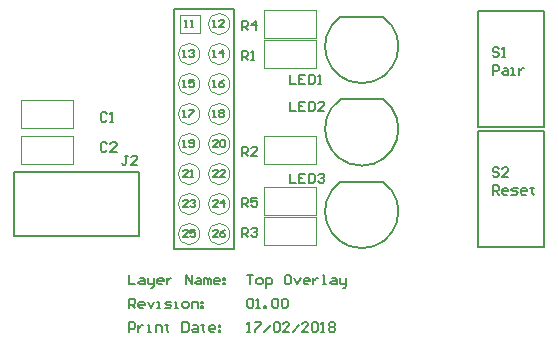
<source format=gto>
%FSLAX25Y25*%
%MOIN*%
G70*
G01*
G75*
G04 Layer_Color=65535*
%ADD10R,0.04500X0.06000*%
%ADD11C,0.01969*%
%ADD12C,0.03937*%
%ADD13C,0.01772*%
%ADD14C,0.00787*%
%ADD15C,0.07480*%
%ADD16C,0.08661*%
%ADD17R,0.06000X0.06000*%
%ADD18C,0.06000*%
%ADD19R,0.06000X0.06000*%
%ADD20C,0.05906*%
%ADD21R,0.05906X0.05906*%
%ADD22C,0.05000*%
%ADD23C,0.00394*%
D14*
X109984Y22499D02*
G03*
X123982Y22499I6999J-9999D01*
G01*
X109984Y49999D02*
G03*
X123982Y49999I6999J-9999D01*
G01*
X109984Y77499D02*
G03*
X123982Y77499I6999J-9999D01*
G01*
X109984Y22499D02*
X123982D01*
X109984Y49999D02*
X123982D01*
X109984Y77499D02*
X123982D01*
X1235Y4232D02*
Y25787D01*
Y4232D02*
X42770D01*
X41983Y25787D02*
X42770D01*
Y4232D02*
Y25787D01*
X1235D02*
X41983D01*
X155853Y79291D02*
X177613D01*
Y40709D02*
Y79291D01*
X155853Y40709D02*
X177613D01*
X155853D02*
Y79291D01*
Y39291D02*
X177613D01*
Y709D02*
Y39291D01*
X155853Y709D02*
X177613D01*
X155853D02*
Y39291D01*
X54483Y0D02*
Y80000D01*
X74483D01*
Y0D02*
Y80000D01*
X54483Y0D02*
X74483D01*
X76983Y14000D02*
Y17149D01*
X78557D01*
X79082Y16624D01*
Y15574D01*
X78557Y15050D01*
X76983D01*
X78032D02*
X79082Y14000D01*
X82230Y17149D02*
X80131D01*
Y15574D01*
X81181Y16099D01*
X81705D01*
X82230Y15574D01*
Y14525D01*
X81705Y14000D01*
X80656D01*
X80131Y14525D01*
X76983Y73000D02*
Y76149D01*
X78557D01*
X79082Y75624D01*
Y74574D01*
X78557Y74050D01*
X76983D01*
X78032D02*
X79082Y73000D01*
X81705D02*
Y76149D01*
X80131Y74574D01*
X82230D01*
X76983Y4000D02*
Y7149D01*
X78557D01*
X79082Y6624D01*
Y5574D01*
X78557Y5050D01*
X76983D01*
X78032D02*
X79082Y4000D01*
X80131Y6624D02*
X80656Y7149D01*
X81705D01*
X82230Y6624D01*
Y6099D01*
X81705Y5574D01*
X81181D01*
X81705D01*
X82230Y5050D01*
Y4525D01*
X81705Y4000D01*
X80656D01*
X80131Y4525D01*
X76983Y31000D02*
Y34149D01*
X78557D01*
X79082Y33624D01*
Y32574D01*
X78557Y32050D01*
X76983D01*
X78032D02*
X79082Y31000D01*
X82230D02*
X80131D01*
X82230Y33099D01*
Y33624D01*
X81705Y34149D01*
X80656D01*
X80131Y33624D01*
X76983Y63000D02*
Y66149D01*
X78557D01*
X79082Y65624D01*
Y64574D01*
X78557Y64050D01*
X76983D01*
X78032D02*
X79082Y63000D01*
X80131D02*
X81181D01*
X80656D01*
Y66149D01*
X80131Y65624D01*
X92983Y25149D02*
Y22000D01*
X95082D01*
X98230Y25149D02*
X96131D01*
Y22000D01*
X98230D01*
X96131Y23574D02*
X97181D01*
X99280Y25149D02*
Y22000D01*
X100854D01*
X101379Y22525D01*
Y24624D01*
X100854Y25149D01*
X99280D01*
X102428Y24624D02*
X102953Y25149D01*
X104003D01*
X104527Y24624D01*
Y24099D01*
X104003Y23574D01*
X103478D01*
X104003D01*
X104527Y23050D01*
Y22525D01*
X104003Y22000D01*
X102953D01*
X102428Y22525D01*
X92983Y49149D02*
Y46000D01*
X95082D01*
X98230Y49149D02*
X96131D01*
Y46000D01*
X98230D01*
X96131Y47574D02*
X97181D01*
X99280Y49149D02*
Y46000D01*
X100854D01*
X101379Y46525D01*
Y48624D01*
X100854Y49149D01*
X99280D01*
X104527Y46000D02*
X102428D01*
X104527Y48099D01*
Y48624D01*
X104003Y49149D01*
X102953D01*
X102428Y48624D01*
X92983Y58149D02*
Y55000D01*
X95082D01*
X98230Y58149D02*
X96131D01*
Y55000D01*
X98230D01*
X96131Y56574D02*
X97181D01*
X99280Y58149D02*
Y55000D01*
X100854D01*
X101379Y55525D01*
Y57624D01*
X100854Y58149D01*
X99280D01*
X102428Y55000D02*
X103478D01*
X102953D01*
Y58149D01*
X102428Y57624D01*
X39082Y31149D02*
X38032D01*
X38557D01*
Y28525D01*
X38032Y28000D01*
X37507D01*
X36983Y28525D01*
X42230Y28000D02*
X40131D01*
X42230Y30099D01*
Y30624D01*
X41706Y31149D01*
X40656D01*
X40131Y30624D01*
X32099Y35124D02*
X31574Y35649D01*
X30525D01*
X30000Y35124D01*
Y33025D01*
X30525Y32500D01*
X31574D01*
X32099Y33025D01*
X35248Y32500D02*
X33149D01*
X35248Y34599D01*
Y35124D01*
X34723Y35649D01*
X33673D01*
X33149Y35124D01*
X32099Y45124D02*
X31574Y45649D01*
X30525D01*
X30000Y45124D01*
Y43025D01*
X30525Y42500D01*
X31574D01*
X32099Y43025D01*
X33149Y42500D02*
X34198D01*
X33673D01*
Y45649D01*
X33149Y45124D01*
X162704Y26679D02*
X162179Y27204D01*
X161129D01*
X160605Y26679D01*
Y26154D01*
X161129Y25629D01*
X162179D01*
X162704Y25105D01*
Y24580D01*
X162179Y24055D01*
X161129D01*
X160605Y24580D01*
X165852Y24055D02*
X163753D01*
X165852Y26154D01*
Y26679D01*
X165328Y27204D01*
X164278D01*
X163753Y26679D01*
X160605Y18150D02*
Y21298D01*
X162179D01*
X162704Y20774D01*
Y19724D01*
X162179Y19199D01*
X160605D01*
X161654D02*
X162704Y18150D01*
X165328D02*
X164278D01*
X163753Y18674D01*
Y19724D01*
X164278Y20249D01*
X165328D01*
X165852Y19724D01*
Y19199D01*
X163753D01*
X166902Y18150D02*
X168476D01*
X169001Y18674D01*
X168476Y19199D01*
X167427D01*
X166902Y19724D01*
X167427Y20249D01*
X169001D01*
X171625Y18150D02*
X170575D01*
X170051Y18674D01*
Y19724D01*
X170575Y20249D01*
X171625D01*
X172150Y19724D01*
Y19199D01*
X170051D01*
X173724Y20774D02*
Y20249D01*
X173199D01*
X174249D01*
X173724D01*
Y18674D01*
X174249Y18150D01*
X160605Y58150D02*
Y61298D01*
X162179D01*
X162704Y60773D01*
Y59724D01*
X162179Y59199D01*
X160605D01*
X164278Y60249D02*
X165328D01*
X165852Y59724D01*
Y58150D01*
X164278D01*
X163753Y58674D01*
X164278Y59199D01*
X165852D01*
X166902Y58150D02*
X167951D01*
X167427D01*
Y60249D01*
X166902D01*
X169526D02*
Y58150D01*
Y59199D01*
X170051Y59724D01*
X170575Y60249D01*
X171100D01*
X162704Y66679D02*
X162179Y67204D01*
X161129D01*
X160605Y66679D01*
Y66154D01*
X161129Y65630D01*
X162179D01*
X162704Y65105D01*
Y64580D01*
X162179Y64055D01*
X161129D01*
X160605Y64580D01*
X163753Y64055D02*
X164803D01*
X164278D01*
Y67204D01*
X163753Y66679D01*
X58000Y74000D02*
X58787D01*
X58394D01*
Y76361D01*
X58000Y75968D01*
X59968Y74000D02*
X60755D01*
X60361D01*
Y76361D01*
X59968Y75968D01*
X59074Y4000D02*
X57500D01*
X59074Y5574D01*
Y5968D01*
X58681Y6361D01*
X57894D01*
X57500Y5968D01*
X61436Y6361D02*
X59861D01*
Y5181D01*
X60649Y5574D01*
X61042D01*
X61436Y5181D01*
Y4394D01*
X61042Y4000D01*
X60255D01*
X59861Y4394D01*
X69074Y4000D02*
X67500D01*
X69074Y5574D01*
Y5968D01*
X68681Y6361D01*
X67894D01*
X67500Y5968D01*
X71436Y6361D02*
X70649Y5968D01*
X69861Y5181D01*
Y4394D01*
X70255Y4000D01*
X71042D01*
X71436Y4394D01*
Y4787D01*
X71042Y5181D01*
X69861D01*
X69074Y14000D02*
X67500D01*
X69074Y15574D01*
Y15968D01*
X68681Y16361D01*
X67894D01*
X67500Y15968D01*
X71042Y14000D02*
Y16361D01*
X69861Y15181D01*
X71436D01*
X59074Y14000D02*
X57500D01*
X59074Y15574D01*
Y15968D01*
X58681Y16361D01*
X57894D01*
X57500Y15968D01*
X59861D02*
X60255Y16361D01*
X61042D01*
X61436Y15968D01*
Y15574D01*
X61042Y15181D01*
X60649D01*
X61042D01*
X61436Y14787D01*
Y14394D01*
X61042Y14000D01*
X60255D01*
X59861Y14394D01*
X59074Y24000D02*
X57500D01*
X59074Y25574D01*
Y25968D01*
X58681Y26361D01*
X57894D01*
X57500Y25968D01*
X59861Y24000D02*
X60649D01*
X60255D01*
Y26361D01*
X59861Y25968D01*
X69074Y24000D02*
X67500D01*
X69074Y25574D01*
Y25968D01*
X68681Y26361D01*
X67894D01*
X67500Y25968D01*
X71436Y24000D02*
X69861D01*
X71436Y25574D01*
Y25968D01*
X71042Y26361D01*
X70255D01*
X69861Y25968D01*
X69074Y34000D02*
X67500D01*
X69074Y35574D01*
Y35968D01*
X68681Y36361D01*
X67894D01*
X67500Y35968D01*
X69861D02*
X70255Y36361D01*
X71042D01*
X71436Y35968D01*
Y34394D01*
X71042Y34000D01*
X70255D01*
X69861Y34394D01*
Y35968D01*
X57500Y34000D02*
X58287D01*
X57894D01*
Y36361D01*
X57500Y35968D01*
X59468Y34394D02*
X59861Y34000D01*
X60649D01*
X61042Y34394D01*
Y35968D01*
X60649Y36361D01*
X59861D01*
X59468Y35968D01*
Y35574D01*
X59861Y35181D01*
X61042D01*
X67500Y54000D02*
X68287D01*
X67894D01*
Y56361D01*
X67500Y55968D01*
X71042Y56361D02*
X70255Y55968D01*
X69468Y55181D01*
Y54394D01*
X69861Y54000D01*
X70649D01*
X71042Y54394D01*
Y54787D01*
X70649Y55181D01*
X69468D01*
X67500Y44000D02*
X68287D01*
X67894D01*
Y46361D01*
X67500Y45968D01*
X69468D02*
X69861Y46361D01*
X70649D01*
X71042Y45968D01*
Y45574D01*
X70649Y45181D01*
X71042Y44787D01*
Y44394D01*
X70649Y44000D01*
X69861D01*
X69468Y44394D01*
Y44787D01*
X69861Y45181D01*
X69468Y45574D01*
Y45968D01*
X69861Y45181D02*
X70649D01*
X57500Y44000D02*
X58287D01*
X57894D01*
Y46361D01*
X57500Y45968D01*
X59468Y46361D02*
X61042D01*
Y45968D01*
X59468Y44394D01*
Y44000D01*
X57500Y54000D02*
X58287D01*
X57894D01*
Y56361D01*
X57500Y55968D01*
X61042Y56361D02*
X59468D01*
Y55181D01*
X60255Y55574D01*
X60649D01*
X61042Y55181D01*
Y54394D01*
X60649Y54000D01*
X59861D01*
X59468Y54394D01*
X57500Y64000D02*
X58287D01*
X57894D01*
Y66361D01*
X57500Y65968D01*
X59468D02*
X59861Y66361D01*
X60649D01*
X61042Y65968D01*
Y65574D01*
X60649Y65181D01*
X60255D01*
X60649D01*
X61042Y64787D01*
Y64394D01*
X60649Y64000D01*
X59861D01*
X59468Y64394D01*
X67500Y64000D02*
X68287D01*
X67894D01*
Y66361D01*
X67500Y65968D01*
X70649Y64000D02*
Y66361D01*
X69468Y65181D01*
X71042D01*
X67500Y74000D02*
X68287D01*
X67894D01*
Y76361D01*
X67500Y75968D01*
X71042Y74000D02*
X69468D01*
X71042Y75574D01*
Y75968D01*
X70649Y76361D01*
X69861D01*
X69468Y75968D01*
X78740Y-8662D02*
X80839D01*
X79790D01*
Y-11811D01*
X82414D02*
X83463D01*
X83988Y-11286D01*
Y-10237D01*
X83463Y-9712D01*
X82414D01*
X81889Y-10237D01*
Y-11286D01*
X82414Y-11811D01*
X85037Y-12861D02*
Y-9712D01*
X86612D01*
X87136Y-10237D01*
Y-11286D01*
X86612Y-11811D01*
X85037D01*
X92909Y-8662D02*
X91859D01*
X91334Y-9187D01*
Y-11286D01*
X91859Y-11811D01*
X92909D01*
X93433Y-11286D01*
Y-9187D01*
X92909Y-8662D01*
X94483Y-9712D02*
X95533Y-11811D01*
X96582Y-9712D01*
X99206Y-11811D02*
X98156D01*
X97632Y-11286D01*
Y-10237D01*
X98156Y-9712D01*
X99206D01*
X99731Y-10237D01*
Y-10762D01*
X97632D01*
X100780Y-9712D02*
Y-11811D01*
Y-10762D01*
X101305Y-10237D01*
X101830Y-9712D01*
X102355D01*
X103929Y-11811D02*
X104978D01*
X104454D01*
Y-8662D01*
X103929D01*
X107077Y-9712D02*
X108127D01*
X108652Y-10237D01*
Y-11811D01*
X107077D01*
X106553Y-11286D01*
X107077Y-10762D01*
X108652D01*
X109701Y-9712D02*
Y-11286D01*
X110226Y-11811D01*
X111800D01*
Y-12336D01*
X111275Y-12861D01*
X110751D01*
X111800Y-11811D02*
Y-9712D01*
X78740Y-17061D02*
X79265Y-16536D01*
X80314D01*
X80839Y-17061D01*
Y-19160D01*
X80314Y-19685D01*
X79265D01*
X78740Y-19160D01*
Y-17061D01*
X81889Y-19685D02*
X82938D01*
X82414D01*
Y-16536D01*
X81889Y-17061D01*
X84513Y-19685D02*
Y-19160D01*
X85037D01*
Y-19685D01*
X84513D01*
X87136Y-17061D02*
X87661Y-16536D01*
X88711D01*
X89235Y-17061D01*
Y-19160D01*
X88711Y-19685D01*
X87661D01*
X87136Y-19160D01*
Y-17061D01*
X90285D02*
X90810Y-16536D01*
X91859D01*
X92384Y-17061D01*
Y-19160D01*
X91859Y-19685D01*
X90810D01*
X90285Y-19160D01*
Y-17061D01*
X39370Y-27559D02*
Y-24410D01*
X40944D01*
X41469Y-24935D01*
Y-25985D01*
X40944Y-26509D01*
X39370D01*
X42519Y-25460D02*
Y-27559D01*
Y-26509D01*
X43043Y-25985D01*
X43568Y-25460D01*
X44093D01*
X45667Y-27559D02*
X46717D01*
X46192D01*
Y-25460D01*
X45667D01*
X48291Y-27559D02*
Y-25460D01*
X49865D01*
X50390Y-25985D01*
Y-27559D01*
X51964Y-24935D02*
Y-25460D01*
X51440D01*
X52489D01*
X51964D01*
Y-27034D01*
X52489Y-27559D01*
X57212Y-24410D02*
Y-27559D01*
X58786D01*
X59311Y-27034D01*
Y-24935D01*
X58786Y-24410D01*
X57212D01*
X60885Y-25460D02*
X61935D01*
X62460Y-25985D01*
Y-27559D01*
X60885D01*
X60361Y-27034D01*
X60885Y-26509D01*
X62460D01*
X64034Y-24935D02*
Y-25460D01*
X63509D01*
X64559D01*
X64034D01*
Y-27034D01*
X64559Y-27559D01*
X67707D02*
X66658D01*
X66133Y-27034D01*
Y-25985D01*
X66658Y-25460D01*
X67707D01*
X68232Y-25985D01*
Y-26509D01*
X66133D01*
X69282Y-25460D02*
X69806D01*
Y-25985D01*
X69282D01*
Y-25460D01*
Y-27034D02*
X69806D01*
Y-27559D01*
X69282D01*
Y-27034D01*
X39370Y-19685D02*
Y-16536D01*
X40944D01*
X41469Y-17061D01*
Y-18111D01*
X40944Y-18635D01*
X39370D01*
X40420D02*
X41469Y-19685D01*
X44093D02*
X43043D01*
X42519Y-19160D01*
Y-18111D01*
X43043Y-17586D01*
X44093D01*
X44618Y-18111D01*
Y-18635D01*
X42519D01*
X45667Y-17586D02*
X46717Y-19685D01*
X47766Y-17586D01*
X48816Y-19685D02*
X49865D01*
X49341D01*
Y-17586D01*
X48816D01*
X51440Y-19685D02*
X53014D01*
X53539Y-19160D01*
X53014Y-18635D01*
X51964D01*
X51440Y-18111D01*
X51964Y-17586D01*
X53539D01*
X54588Y-19685D02*
X55638D01*
X55113D01*
Y-17586D01*
X54588D01*
X57737Y-19685D02*
X58786D01*
X59311Y-19160D01*
Y-18111D01*
X58786Y-17586D01*
X57737D01*
X57212Y-18111D01*
Y-19160D01*
X57737Y-19685D01*
X60361D02*
Y-17586D01*
X61935D01*
X62460Y-18111D01*
Y-19685D01*
X63509Y-17586D02*
X64034D01*
Y-18111D01*
X63509D01*
Y-17586D01*
Y-19160D02*
X64034D01*
Y-19685D01*
X63509D01*
Y-19160D01*
X39370Y-8662D02*
Y-11811D01*
X41469D01*
X43043Y-9712D02*
X44093D01*
X44618Y-10237D01*
Y-11811D01*
X43043D01*
X42519Y-11286D01*
X43043Y-10762D01*
X44618D01*
X45667Y-9712D02*
Y-11286D01*
X46192Y-11811D01*
X47766D01*
Y-12336D01*
X47242Y-12861D01*
X46717D01*
X47766Y-11811D02*
Y-9712D01*
X50390Y-11811D02*
X49341D01*
X48816Y-11286D01*
Y-10237D01*
X49341Y-9712D01*
X50390D01*
X50915Y-10237D01*
Y-10762D01*
X48816D01*
X51964Y-9712D02*
Y-11811D01*
Y-10762D01*
X52489Y-10237D01*
X53014Y-9712D01*
X53539D01*
X58262Y-11811D02*
Y-8662D01*
X60361Y-11811D01*
Y-8662D01*
X61935Y-9712D02*
X62985D01*
X63509Y-10237D01*
Y-11811D01*
X61935D01*
X61410Y-11286D01*
X61935Y-10762D01*
X63509D01*
X64559Y-11811D02*
Y-9712D01*
X65083D01*
X65608Y-10237D01*
Y-11811D01*
Y-10237D01*
X66133Y-9712D01*
X66658Y-10237D01*
Y-11811D01*
X69282D02*
X68232D01*
X67707Y-11286D01*
Y-10237D01*
X68232Y-9712D01*
X69282D01*
X69806Y-10237D01*
Y-10762D01*
X67707D01*
X70856Y-9712D02*
X71381D01*
Y-10237D01*
X70856D01*
Y-9712D01*
Y-11286D02*
X71381D01*
Y-11811D01*
X70856D01*
Y-11286D01*
X78740Y-27559D02*
X79790D01*
X79265D01*
Y-24410D01*
X78740Y-24935D01*
X81364Y-24410D02*
X83463D01*
Y-24935D01*
X81364Y-27034D01*
Y-27559D01*
X84513D02*
X86612Y-25460D01*
X87661Y-24935D02*
X88186Y-24410D01*
X89235D01*
X89760Y-24935D01*
Y-27034D01*
X89235Y-27559D01*
X88186D01*
X87661Y-27034D01*
Y-24935D01*
X92909Y-27559D02*
X90810D01*
X92909Y-25460D01*
Y-24935D01*
X92384Y-24410D01*
X91334D01*
X90810Y-24935D01*
X93958Y-27559D02*
X96057Y-25460D01*
X99206Y-27559D02*
X97107D01*
X99206Y-25460D01*
Y-24935D01*
X98681Y-24410D01*
X97632D01*
X97107Y-24935D01*
X100256D02*
X100780Y-24410D01*
X101830D01*
X102355Y-24935D01*
Y-27034D01*
X101830Y-27559D01*
X100780D01*
X100256Y-27034D01*
Y-24935D01*
X103404Y-27559D02*
X104454D01*
X103929D01*
Y-24410D01*
X103404Y-24935D01*
X106028D02*
X106553Y-24410D01*
X107602D01*
X108127Y-24935D01*
Y-25460D01*
X107602Y-25985D01*
X108127Y-26509D01*
Y-27034D01*
X107602Y-27559D01*
X106553D01*
X106028Y-27034D01*
Y-26509D01*
X106553Y-25985D01*
X106028Y-25460D01*
Y-24935D01*
X106553Y-25985D02*
X107602D01*
D23*
X73026Y55000D02*
G03*
X73026Y55000I-3543J0D01*
G01*
Y45000D02*
G03*
X73026Y45000I-3543J0D01*
G01*
Y35000D02*
G03*
X73026Y35000I-3543J0D01*
G01*
Y25000D02*
G03*
X73026Y25000I-3543J0D01*
G01*
Y15000D02*
G03*
X73026Y15000I-3543J0D01*
G01*
Y5000D02*
G03*
X73026Y5000I-3543J0D01*
G01*
X63026Y15000D02*
G03*
X63026Y15000I-3543J0D01*
G01*
Y5000D02*
G03*
X63026Y5000I-3543J0D01*
G01*
Y25000D02*
G03*
X63026Y25000I-3543J0D01*
G01*
Y35000D02*
G03*
X63026Y35000I-3543J0D01*
G01*
Y45000D02*
G03*
X63026Y45000I-3543J0D01*
G01*
Y55000D02*
G03*
X63026Y55000I-3543J0D01*
G01*
Y65000D02*
G03*
X63026Y65000I-3543J0D01*
G01*
X73026D02*
G03*
X73026Y65000I-3543J0D01*
G01*
Y75000D02*
G03*
X73026Y75000I-3543J0D01*
G01*
X101644Y11276D02*
Y20725D01*
X84321D02*
X101644D01*
X84321Y11276D02*
Y20725D01*
Y11276D02*
X101644D01*
Y70276D02*
Y79725D01*
X84321D02*
X101644D01*
X84321Y70276D02*
Y79725D01*
Y70276D02*
X101644D01*
Y1276D02*
Y10724D01*
X84321D02*
X101644D01*
X84321Y1276D02*
Y10724D01*
Y1276D02*
X101644D01*
Y28276D02*
Y37725D01*
X84321D02*
X101644D01*
X84321Y28276D02*
Y37725D01*
Y28276D02*
X101644D01*
Y60276D02*
Y69725D01*
X84321D02*
X101644D01*
X84321Y60276D02*
Y69725D01*
Y60276D02*
X101644D01*
X3321Y37725D02*
X20644D01*
Y28276D02*
Y37725D01*
X3321Y28276D02*
X20644D01*
X3321D02*
Y37725D01*
Y49725D02*
X20644D01*
Y40276D02*
Y49725D01*
X3321Y40276D02*
X20644D01*
X3321D02*
Y49725D01*
X56483Y72000D02*
X56983D01*
X56483D02*
Y72500D01*
Y77500D02*
Y78000D01*
X62983Y77500D02*
Y78000D01*
X56483D02*
X62983D01*
X56983Y72000D02*
X62983D01*
Y72500D01*
Y77500D01*
X56483Y72500D02*
Y77500D01*
M02*

</source>
